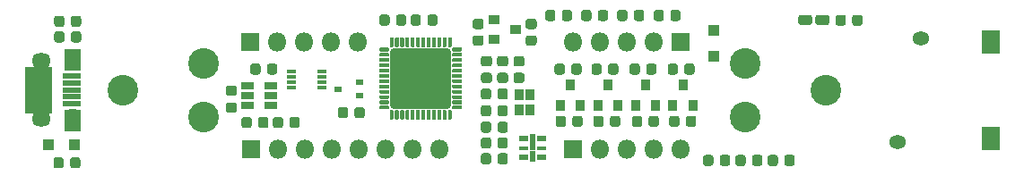
<source format=gts>
G04 #@! TF.GenerationSoftware,KiCad,Pcbnew,(5.1.6-0-10_14)*
G04 #@! TF.CreationDate,2020-07-04T12:52:55-07:00*
G04 #@! TF.ProjectId,18650,31383635-302e-46b6-9963-61645f706362,rev?*
G04 #@! TF.SameCoordinates,Original*
G04 #@! TF.FileFunction,Soldermask,Top*
G04 #@! TF.FilePolarity,Negative*
%FSLAX46Y46*%
G04 Gerber Fmt 4.6, Leading zero omitted, Abs format (unit mm)*
G04 Created by KiCad (PCBNEW (5.1.6-0-10_14)) date 2020-07-04 12:52:55*
%MOMM*%
%LPD*%
G01*
G04 APERTURE LIST*
%ADD10O,1.625600X1.301600*%
%ADD11R,0.601600X1.581600*%
%ADD12R,0.601600X1.101600*%
%ADD13R,0.901600X0.601600*%
%ADD14R,0.901600X0.401600*%
%ADD15R,0.851600X0.401600*%
%ADD16C,2.901600*%
%ADD17R,1.101600X1.101600*%
%ADD18O,1.801600X1.801600*%
%ADD19R,1.801600X1.801600*%
%ADD20R,0.901600X1.001600*%
%ADD21R,1.161600X0.751600*%
%ADD22R,0.801600X0.551600*%
%ADD23R,1.001600X0.901600*%
%ADD24R,2.601600X4.501600*%
%ADD25O,1.801600X1.451600*%
%ADD26O,1.601600X1.201600*%
%ADD27R,1.751600X0.501600*%
%ADD28R,1.601600X2.101600*%
%ADD29R,1.701600X2.281600*%
G04 APERTURE END LIST*
G36*
G01*
X98655800Y-101932100D02*
X98655800Y-102732900D01*
G75*
G02*
X98567900Y-102820800I-87900J0D01*
G01*
X98392100Y-102820800D01*
G75*
G02*
X98304200Y-102732900I0J87900D01*
G01*
X98304200Y-101932100D01*
G75*
G02*
X98392100Y-101844200I87900J0D01*
G01*
X98567900Y-101844200D01*
G75*
G02*
X98655800Y-101932100I0J-87900D01*
G01*
G37*
G36*
G01*
X98155800Y-101932100D02*
X98155800Y-102732900D01*
G75*
G02*
X98067900Y-102820800I-87900J0D01*
G01*
X97892100Y-102820800D01*
G75*
G02*
X97804200Y-102732900I0J87900D01*
G01*
X97804200Y-101932100D01*
G75*
G02*
X97892100Y-101844200I87900J0D01*
G01*
X98067900Y-101844200D01*
G75*
G02*
X98155800Y-101932100I0J-87900D01*
G01*
G37*
G36*
G01*
X97655800Y-101932100D02*
X97655800Y-102732900D01*
G75*
G02*
X97567900Y-102820800I-87900J0D01*
G01*
X97392100Y-102820800D01*
G75*
G02*
X97304200Y-102732900I0J87900D01*
G01*
X97304200Y-101932100D01*
G75*
G02*
X97392100Y-101844200I87900J0D01*
G01*
X97567900Y-101844200D01*
G75*
G02*
X97655800Y-101932100I0J-87900D01*
G01*
G37*
G36*
G01*
X97155800Y-101932100D02*
X97155800Y-102732900D01*
G75*
G02*
X97067900Y-102820800I-87900J0D01*
G01*
X96892100Y-102820800D01*
G75*
G02*
X96804200Y-102732900I0J87900D01*
G01*
X96804200Y-101932100D01*
G75*
G02*
X96892100Y-101844200I87900J0D01*
G01*
X97067900Y-101844200D01*
G75*
G02*
X97155800Y-101932100I0J-87900D01*
G01*
G37*
G36*
G01*
X96655800Y-101932100D02*
X96655800Y-102732900D01*
G75*
G02*
X96567900Y-102820800I-87900J0D01*
G01*
X96392100Y-102820800D01*
G75*
G02*
X96304200Y-102732900I0J87900D01*
G01*
X96304200Y-101932100D01*
G75*
G02*
X96392100Y-101844200I87900J0D01*
G01*
X96567900Y-101844200D01*
G75*
G02*
X96655800Y-101932100I0J-87900D01*
G01*
G37*
G36*
G01*
X96155800Y-101932100D02*
X96155800Y-102732900D01*
G75*
G02*
X96067900Y-102820800I-87900J0D01*
G01*
X95892100Y-102820800D01*
G75*
G02*
X95804200Y-102732900I0J87900D01*
G01*
X95804200Y-101932100D01*
G75*
G02*
X95892100Y-101844200I87900J0D01*
G01*
X96067900Y-101844200D01*
G75*
G02*
X96155800Y-101932100I0J-87900D01*
G01*
G37*
G36*
G01*
X95655800Y-101932100D02*
X95655800Y-102732900D01*
G75*
G02*
X95567900Y-102820800I-87900J0D01*
G01*
X95392100Y-102820800D01*
G75*
G02*
X95304200Y-102732900I0J87900D01*
G01*
X95304200Y-101932100D01*
G75*
G02*
X95392100Y-101844200I87900J0D01*
G01*
X95567900Y-101844200D01*
G75*
G02*
X95655800Y-101932100I0J-87900D01*
G01*
G37*
G36*
G01*
X95155800Y-101932100D02*
X95155800Y-102732900D01*
G75*
G02*
X95067900Y-102820800I-87900J0D01*
G01*
X94892100Y-102820800D01*
G75*
G02*
X94804200Y-102732900I0J87900D01*
G01*
X94804200Y-101932100D01*
G75*
G02*
X94892100Y-101844200I87900J0D01*
G01*
X95067900Y-101844200D01*
G75*
G02*
X95155800Y-101932100I0J-87900D01*
G01*
G37*
G36*
G01*
X94655800Y-101932100D02*
X94655800Y-102732900D01*
G75*
G02*
X94567900Y-102820800I-87900J0D01*
G01*
X94392100Y-102820800D01*
G75*
G02*
X94304200Y-102732900I0J87900D01*
G01*
X94304200Y-101932100D01*
G75*
G02*
X94392100Y-101844200I87900J0D01*
G01*
X94567900Y-101844200D01*
G75*
G02*
X94655800Y-101932100I0J-87900D01*
G01*
G37*
G36*
G01*
X94155800Y-101932100D02*
X94155800Y-102732900D01*
G75*
G02*
X94067900Y-102820800I-87900J0D01*
G01*
X93892100Y-102820800D01*
G75*
G02*
X93804200Y-102732900I0J87900D01*
G01*
X93804200Y-101932100D01*
G75*
G02*
X93892100Y-101844200I87900J0D01*
G01*
X94067900Y-101844200D01*
G75*
G02*
X94155800Y-101932100I0J-87900D01*
G01*
G37*
G36*
G01*
X93655800Y-101932100D02*
X93655800Y-102732900D01*
G75*
G02*
X93567900Y-102820800I-87900J0D01*
G01*
X93392100Y-102820800D01*
G75*
G02*
X93304200Y-102732900I0J87900D01*
G01*
X93304200Y-101932100D01*
G75*
G02*
X93392100Y-101844200I87900J0D01*
G01*
X93567900Y-101844200D01*
G75*
G02*
X93655800Y-101932100I0J-87900D01*
G01*
G37*
G36*
G01*
X93155800Y-101932100D02*
X93155800Y-102732900D01*
G75*
G02*
X93067900Y-102820800I-87900J0D01*
G01*
X92892100Y-102820800D01*
G75*
G02*
X92804200Y-102732900I0J87900D01*
G01*
X92804200Y-101932100D01*
G75*
G02*
X92892100Y-101844200I87900J0D01*
G01*
X93067900Y-101844200D01*
G75*
G02*
X93155800Y-101932100I0J-87900D01*
G01*
G37*
G36*
G01*
X92780800Y-101557100D02*
X92780800Y-101732900D01*
G75*
G02*
X92692900Y-101820800I-87900J0D01*
G01*
X91892100Y-101820800D01*
G75*
G02*
X91804200Y-101732900I0J87900D01*
G01*
X91804200Y-101557100D01*
G75*
G02*
X91892100Y-101469200I87900J0D01*
G01*
X92692900Y-101469200D01*
G75*
G02*
X92780800Y-101557100I0J-87900D01*
G01*
G37*
G36*
G01*
X92780800Y-101057100D02*
X92780800Y-101232900D01*
G75*
G02*
X92692900Y-101320800I-87900J0D01*
G01*
X91892100Y-101320800D01*
G75*
G02*
X91804200Y-101232900I0J87900D01*
G01*
X91804200Y-101057100D01*
G75*
G02*
X91892100Y-100969200I87900J0D01*
G01*
X92692900Y-100969200D01*
G75*
G02*
X92780800Y-101057100I0J-87900D01*
G01*
G37*
G36*
G01*
X92780800Y-100557100D02*
X92780800Y-100732900D01*
G75*
G02*
X92692900Y-100820800I-87900J0D01*
G01*
X91892100Y-100820800D01*
G75*
G02*
X91804200Y-100732900I0J87900D01*
G01*
X91804200Y-100557100D01*
G75*
G02*
X91892100Y-100469200I87900J0D01*
G01*
X92692900Y-100469200D01*
G75*
G02*
X92780800Y-100557100I0J-87900D01*
G01*
G37*
G36*
G01*
X92780800Y-100057100D02*
X92780800Y-100232900D01*
G75*
G02*
X92692900Y-100320800I-87900J0D01*
G01*
X91892100Y-100320800D01*
G75*
G02*
X91804200Y-100232900I0J87900D01*
G01*
X91804200Y-100057100D01*
G75*
G02*
X91892100Y-99969200I87900J0D01*
G01*
X92692900Y-99969200D01*
G75*
G02*
X92780800Y-100057100I0J-87900D01*
G01*
G37*
G36*
G01*
X92780800Y-99557100D02*
X92780800Y-99732900D01*
G75*
G02*
X92692900Y-99820800I-87900J0D01*
G01*
X91892100Y-99820800D01*
G75*
G02*
X91804200Y-99732900I0J87900D01*
G01*
X91804200Y-99557100D01*
G75*
G02*
X91892100Y-99469200I87900J0D01*
G01*
X92692900Y-99469200D01*
G75*
G02*
X92780800Y-99557100I0J-87900D01*
G01*
G37*
G36*
G01*
X92780800Y-99057100D02*
X92780800Y-99232900D01*
G75*
G02*
X92692900Y-99320800I-87900J0D01*
G01*
X91892100Y-99320800D01*
G75*
G02*
X91804200Y-99232900I0J87900D01*
G01*
X91804200Y-99057100D01*
G75*
G02*
X91892100Y-98969200I87900J0D01*
G01*
X92692900Y-98969200D01*
G75*
G02*
X92780800Y-99057100I0J-87900D01*
G01*
G37*
G36*
G01*
X92780800Y-98557100D02*
X92780800Y-98732900D01*
G75*
G02*
X92692900Y-98820800I-87900J0D01*
G01*
X91892100Y-98820800D01*
G75*
G02*
X91804200Y-98732900I0J87900D01*
G01*
X91804200Y-98557100D01*
G75*
G02*
X91892100Y-98469200I87900J0D01*
G01*
X92692900Y-98469200D01*
G75*
G02*
X92780800Y-98557100I0J-87900D01*
G01*
G37*
G36*
G01*
X92780800Y-98057100D02*
X92780800Y-98232900D01*
G75*
G02*
X92692900Y-98320800I-87900J0D01*
G01*
X91892100Y-98320800D01*
G75*
G02*
X91804200Y-98232900I0J87900D01*
G01*
X91804200Y-98057100D01*
G75*
G02*
X91892100Y-97969200I87900J0D01*
G01*
X92692900Y-97969200D01*
G75*
G02*
X92780800Y-98057100I0J-87900D01*
G01*
G37*
G36*
G01*
X92780800Y-97557100D02*
X92780800Y-97732900D01*
G75*
G02*
X92692900Y-97820800I-87900J0D01*
G01*
X91892100Y-97820800D01*
G75*
G02*
X91804200Y-97732900I0J87900D01*
G01*
X91804200Y-97557100D01*
G75*
G02*
X91892100Y-97469200I87900J0D01*
G01*
X92692900Y-97469200D01*
G75*
G02*
X92780800Y-97557100I0J-87900D01*
G01*
G37*
G36*
G01*
X92780800Y-97057100D02*
X92780800Y-97232900D01*
G75*
G02*
X92692900Y-97320800I-87900J0D01*
G01*
X91892100Y-97320800D01*
G75*
G02*
X91804200Y-97232900I0J87900D01*
G01*
X91804200Y-97057100D01*
G75*
G02*
X91892100Y-96969200I87900J0D01*
G01*
X92692900Y-96969200D01*
G75*
G02*
X92780800Y-97057100I0J-87900D01*
G01*
G37*
G36*
G01*
X92780800Y-96557100D02*
X92780800Y-96732900D01*
G75*
G02*
X92692900Y-96820800I-87900J0D01*
G01*
X91892100Y-96820800D01*
G75*
G02*
X91804200Y-96732900I0J87900D01*
G01*
X91804200Y-96557100D01*
G75*
G02*
X91892100Y-96469200I87900J0D01*
G01*
X92692900Y-96469200D01*
G75*
G02*
X92780800Y-96557100I0J-87900D01*
G01*
G37*
G36*
G01*
X92780800Y-96057100D02*
X92780800Y-96232900D01*
G75*
G02*
X92692900Y-96320800I-87900J0D01*
G01*
X91892100Y-96320800D01*
G75*
G02*
X91804200Y-96232900I0J87900D01*
G01*
X91804200Y-96057100D01*
G75*
G02*
X91892100Y-95969200I87900J0D01*
G01*
X92692900Y-95969200D01*
G75*
G02*
X92780800Y-96057100I0J-87900D01*
G01*
G37*
G36*
G01*
X93155800Y-95057100D02*
X93155800Y-95857900D01*
G75*
G02*
X93067900Y-95945800I-87900J0D01*
G01*
X92892100Y-95945800D01*
G75*
G02*
X92804200Y-95857900I0J87900D01*
G01*
X92804200Y-95057100D01*
G75*
G02*
X92892100Y-94969200I87900J0D01*
G01*
X93067900Y-94969200D01*
G75*
G02*
X93155800Y-95057100I0J-87900D01*
G01*
G37*
G36*
G01*
X93655800Y-95057100D02*
X93655800Y-95857900D01*
G75*
G02*
X93567900Y-95945800I-87900J0D01*
G01*
X93392100Y-95945800D01*
G75*
G02*
X93304200Y-95857900I0J87900D01*
G01*
X93304200Y-95057100D01*
G75*
G02*
X93392100Y-94969200I87900J0D01*
G01*
X93567900Y-94969200D01*
G75*
G02*
X93655800Y-95057100I0J-87900D01*
G01*
G37*
G36*
G01*
X94155800Y-95057100D02*
X94155800Y-95857900D01*
G75*
G02*
X94067900Y-95945800I-87900J0D01*
G01*
X93892100Y-95945800D01*
G75*
G02*
X93804200Y-95857900I0J87900D01*
G01*
X93804200Y-95057100D01*
G75*
G02*
X93892100Y-94969200I87900J0D01*
G01*
X94067900Y-94969200D01*
G75*
G02*
X94155800Y-95057100I0J-87900D01*
G01*
G37*
G36*
G01*
X94655800Y-95057100D02*
X94655800Y-95857900D01*
G75*
G02*
X94567900Y-95945800I-87900J0D01*
G01*
X94392100Y-95945800D01*
G75*
G02*
X94304200Y-95857900I0J87900D01*
G01*
X94304200Y-95057100D01*
G75*
G02*
X94392100Y-94969200I87900J0D01*
G01*
X94567900Y-94969200D01*
G75*
G02*
X94655800Y-95057100I0J-87900D01*
G01*
G37*
G36*
G01*
X95155800Y-95057100D02*
X95155800Y-95857900D01*
G75*
G02*
X95067900Y-95945800I-87900J0D01*
G01*
X94892100Y-95945800D01*
G75*
G02*
X94804200Y-95857900I0J87900D01*
G01*
X94804200Y-95057100D01*
G75*
G02*
X94892100Y-94969200I87900J0D01*
G01*
X95067900Y-94969200D01*
G75*
G02*
X95155800Y-95057100I0J-87900D01*
G01*
G37*
G36*
G01*
X95655800Y-95057100D02*
X95655800Y-95857900D01*
G75*
G02*
X95567900Y-95945800I-87900J0D01*
G01*
X95392100Y-95945800D01*
G75*
G02*
X95304200Y-95857900I0J87900D01*
G01*
X95304200Y-95057100D01*
G75*
G02*
X95392100Y-94969200I87900J0D01*
G01*
X95567900Y-94969200D01*
G75*
G02*
X95655800Y-95057100I0J-87900D01*
G01*
G37*
G36*
G01*
X96155800Y-95057100D02*
X96155800Y-95857900D01*
G75*
G02*
X96067900Y-95945800I-87900J0D01*
G01*
X95892100Y-95945800D01*
G75*
G02*
X95804200Y-95857900I0J87900D01*
G01*
X95804200Y-95057100D01*
G75*
G02*
X95892100Y-94969200I87900J0D01*
G01*
X96067900Y-94969200D01*
G75*
G02*
X96155800Y-95057100I0J-87900D01*
G01*
G37*
G36*
G01*
X96655800Y-95057100D02*
X96655800Y-95857900D01*
G75*
G02*
X96567900Y-95945800I-87900J0D01*
G01*
X96392100Y-95945800D01*
G75*
G02*
X96304200Y-95857900I0J87900D01*
G01*
X96304200Y-95057100D01*
G75*
G02*
X96392100Y-94969200I87900J0D01*
G01*
X96567900Y-94969200D01*
G75*
G02*
X96655800Y-95057100I0J-87900D01*
G01*
G37*
G36*
G01*
X97155800Y-95057100D02*
X97155800Y-95857900D01*
G75*
G02*
X97067900Y-95945800I-87900J0D01*
G01*
X96892100Y-95945800D01*
G75*
G02*
X96804200Y-95857900I0J87900D01*
G01*
X96804200Y-95057100D01*
G75*
G02*
X96892100Y-94969200I87900J0D01*
G01*
X97067900Y-94969200D01*
G75*
G02*
X97155800Y-95057100I0J-87900D01*
G01*
G37*
G36*
G01*
X97655800Y-95057100D02*
X97655800Y-95857900D01*
G75*
G02*
X97567900Y-95945800I-87900J0D01*
G01*
X97392100Y-95945800D01*
G75*
G02*
X97304200Y-95857900I0J87900D01*
G01*
X97304200Y-95057100D01*
G75*
G02*
X97392100Y-94969200I87900J0D01*
G01*
X97567900Y-94969200D01*
G75*
G02*
X97655800Y-95057100I0J-87900D01*
G01*
G37*
G36*
G01*
X98155800Y-95057100D02*
X98155800Y-95857900D01*
G75*
G02*
X98067900Y-95945800I-87900J0D01*
G01*
X97892100Y-95945800D01*
G75*
G02*
X97804200Y-95857900I0J87900D01*
G01*
X97804200Y-95057100D01*
G75*
G02*
X97892100Y-94969200I87900J0D01*
G01*
X98067900Y-94969200D01*
G75*
G02*
X98155800Y-95057100I0J-87900D01*
G01*
G37*
G36*
G01*
X98655800Y-95057100D02*
X98655800Y-95857900D01*
G75*
G02*
X98567900Y-95945800I-87900J0D01*
G01*
X98392100Y-95945800D01*
G75*
G02*
X98304200Y-95857900I0J87900D01*
G01*
X98304200Y-95057100D01*
G75*
G02*
X98392100Y-94969200I87900J0D01*
G01*
X98567900Y-94969200D01*
G75*
G02*
X98655800Y-95057100I0J-87900D01*
G01*
G37*
G36*
G01*
X99655800Y-96057100D02*
X99655800Y-96232900D01*
G75*
G02*
X99567900Y-96320800I-87900J0D01*
G01*
X98767100Y-96320800D01*
G75*
G02*
X98679200Y-96232900I0J87900D01*
G01*
X98679200Y-96057100D01*
G75*
G02*
X98767100Y-95969200I87900J0D01*
G01*
X99567900Y-95969200D01*
G75*
G02*
X99655800Y-96057100I0J-87900D01*
G01*
G37*
G36*
G01*
X99655800Y-96557100D02*
X99655800Y-96732900D01*
G75*
G02*
X99567900Y-96820800I-87900J0D01*
G01*
X98767100Y-96820800D01*
G75*
G02*
X98679200Y-96732900I0J87900D01*
G01*
X98679200Y-96557100D01*
G75*
G02*
X98767100Y-96469200I87900J0D01*
G01*
X99567900Y-96469200D01*
G75*
G02*
X99655800Y-96557100I0J-87900D01*
G01*
G37*
G36*
G01*
X99655800Y-97057100D02*
X99655800Y-97232900D01*
G75*
G02*
X99567900Y-97320800I-87900J0D01*
G01*
X98767100Y-97320800D01*
G75*
G02*
X98679200Y-97232900I0J87900D01*
G01*
X98679200Y-97057100D01*
G75*
G02*
X98767100Y-96969200I87900J0D01*
G01*
X99567900Y-96969200D01*
G75*
G02*
X99655800Y-97057100I0J-87900D01*
G01*
G37*
G36*
G01*
X99655800Y-97557100D02*
X99655800Y-97732900D01*
G75*
G02*
X99567900Y-97820800I-87900J0D01*
G01*
X98767100Y-97820800D01*
G75*
G02*
X98679200Y-97732900I0J87900D01*
G01*
X98679200Y-97557100D01*
G75*
G02*
X98767100Y-97469200I87900J0D01*
G01*
X99567900Y-97469200D01*
G75*
G02*
X99655800Y-97557100I0J-87900D01*
G01*
G37*
G36*
G01*
X99655800Y-98057100D02*
X99655800Y-98232900D01*
G75*
G02*
X99567900Y-98320800I-87900J0D01*
G01*
X98767100Y-98320800D01*
G75*
G02*
X98679200Y-98232900I0J87900D01*
G01*
X98679200Y-98057100D01*
G75*
G02*
X98767100Y-97969200I87900J0D01*
G01*
X99567900Y-97969200D01*
G75*
G02*
X99655800Y-98057100I0J-87900D01*
G01*
G37*
G36*
G01*
X99655800Y-98557100D02*
X99655800Y-98732900D01*
G75*
G02*
X99567900Y-98820800I-87900J0D01*
G01*
X98767100Y-98820800D01*
G75*
G02*
X98679200Y-98732900I0J87900D01*
G01*
X98679200Y-98557100D01*
G75*
G02*
X98767100Y-98469200I87900J0D01*
G01*
X99567900Y-98469200D01*
G75*
G02*
X99655800Y-98557100I0J-87900D01*
G01*
G37*
G36*
G01*
X99655800Y-99057100D02*
X99655800Y-99232900D01*
G75*
G02*
X99567900Y-99320800I-87900J0D01*
G01*
X98767100Y-99320800D01*
G75*
G02*
X98679200Y-99232900I0J87900D01*
G01*
X98679200Y-99057100D01*
G75*
G02*
X98767100Y-98969200I87900J0D01*
G01*
X99567900Y-98969200D01*
G75*
G02*
X99655800Y-99057100I0J-87900D01*
G01*
G37*
G36*
G01*
X99655800Y-99557100D02*
X99655800Y-99732900D01*
G75*
G02*
X99567900Y-99820800I-87900J0D01*
G01*
X98767100Y-99820800D01*
G75*
G02*
X98679200Y-99732900I0J87900D01*
G01*
X98679200Y-99557100D01*
G75*
G02*
X98767100Y-99469200I87900J0D01*
G01*
X99567900Y-99469200D01*
G75*
G02*
X99655800Y-99557100I0J-87900D01*
G01*
G37*
G36*
G01*
X99655800Y-100057100D02*
X99655800Y-100232900D01*
G75*
G02*
X99567900Y-100320800I-87900J0D01*
G01*
X98767100Y-100320800D01*
G75*
G02*
X98679200Y-100232900I0J87900D01*
G01*
X98679200Y-100057100D01*
G75*
G02*
X98767100Y-99969200I87900J0D01*
G01*
X99567900Y-99969200D01*
G75*
G02*
X99655800Y-100057100I0J-87900D01*
G01*
G37*
G36*
G01*
X99655800Y-100557100D02*
X99655800Y-100732900D01*
G75*
G02*
X99567900Y-100820800I-87900J0D01*
G01*
X98767100Y-100820800D01*
G75*
G02*
X98679200Y-100732900I0J87900D01*
G01*
X98679200Y-100557100D01*
G75*
G02*
X98767100Y-100469200I87900J0D01*
G01*
X99567900Y-100469200D01*
G75*
G02*
X99655800Y-100557100I0J-87900D01*
G01*
G37*
G36*
G01*
X99655800Y-101057100D02*
X99655800Y-101232900D01*
G75*
G02*
X99567900Y-101320800I-87900J0D01*
G01*
X98767100Y-101320800D01*
G75*
G02*
X98679200Y-101232900I0J87900D01*
G01*
X98679200Y-101057100D01*
G75*
G02*
X98767100Y-100969200I87900J0D01*
G01*
X99567900Y-100969200D01*
G75*
G02*
X99655800Y-101057100I0J-87900D01*
G01*
G37*
G36*
G01*
X99655800Y-101557100D02*
X99655800Y-101732900D01*
G75*
G02*
X99567900Y-101820800I-87900J0D01*
G01*
X98767100Y-101820800D01*
G75*
G02*
X98679200Y-101732900I0J87900D01*
G01*
X98679200Y-101557100D01*
G75*
G02*
X98767100Y-101469200I87900J0D01*
G01*
X99567900Y-101469200D01*
G75*
G02*
X99655800Y-101557100I0J-87900D01*
G01*
G37*
G36*
G01*
X98580800Y-96298736D02*
X98580800Y-101491264D01*
G75*
G02*
X98326264Y-101745800I-254536J0D01*
G01*
X93133736Y-101745800D01*
G75*
G02*
X92879200Y-101491264I0J254536D01*
G01*
X92879200Y-96298736D01*
G75*
G02*
X93133736Y-96044200I254536J0D01*
G01*
X98326264Y-96044200D01*
G75*
G02*
X98580800Y-96298736I0J-254536D01*
G01*
G37*
D10*
X140800000Y-104900000D03*
X143000000Y-95100000D03*
D11*
X106300000Y-104885000D03*
D12*
X106300000Y-106305000D03*
D13*
X105450000Y-106375000D03*
X105450000Y-104575000D03*
D14*
X105450000Y-105475000D03*
D13*
X107150000Y-104575000D03*
D14*
X107150000Y-105475000D03*
D13*
X107150000Y-106375000D03*
D15*
X86400000Y-98225000D03*
X86400000Y-98725000D03*
X86400000Y-99225000D03*
X86400000Y-99725000D03*
X83500000Y-99725000D03*
X83500000Y-99225000D03*
X83500000Y-98725000D03*
X83500000Y-98225000D03*
D16*
X75200000Y-97460000D03*
X75200000Y-102540000D03*
X126400000Y-97460000D03*
X126400000Y-102540000D03*
X134020000Y-100000000D03*
X67580000Y-100000000D03*
D17*
X123425000Y-94300000D03*
X123425000Y-96800000D03*
D18*
X120300000Y-105610000D03*
X117760000Y-105610000D03*
X115220000Y-105610000D03*
X112680000Y-105610000D03*
D19*
X110140000Y-105610000D03*
D20*
X104990000Y-101845000D03*
X104990000Y-100445000D03*
X106090000Y-100445000D03*
X106090000Y-101845000D03*
G36*
G01*
X80379200Y-103346650D02*
X80379200Y-102783350D01*
G75*
G02*
X80623350Y-102539200I244150J0D01*
G01*
X81111650Y-102539200D01*
G75*
G02*
X81355800Y-102783350I0J-244150D01*
G01*
X81355800Y-103346650D01*
G75*
G02*
X81111650Y-103590800I-244150J0D01*
G01*
X80623350Y-103590800D01*
G75*
G02*
X80379200Y-103346650I0J244150D01*
G01*
G37*
G36*
G01*
X78804200Y-103346650D02*
X78804200Y-102783350D01*
G75*
G02*
X79048350Y-102539200I244150J0D01*
G01*
X79536650Y-102539200D01*
G75*
G02*
X79780800Y-102783350I0J-244150D01*
G01*
X79780800Y-103346650D01*
G75*
G02*
X79536650Y-103590800I-244150J0D01*
G01*
X79048350Y-103590800D01*
G75*
G02*
X78804200Y-103346650I0J244150D01*
G01*
G37*
G36*
G01*
X88880800Y-101853350D02*
X88880800Y-102416650D01*
G75*
G02*
X88636650Y-102660800I-244150J0D01*
G01*
X88148350Y-102660800D01*
G75*
G02*
X87904200Y-102416650I0J244150D01*
G01*
X87904200Y-101853350D01*
G75*
G02*
X88148350Y-101609200I244150J0D01*
G01*
X88636650Y-101609200D01*
G75*
G02*
X88880800Y-101853350I0J-244150D01*
G01*
G37*
G36*
G01*
X90455800Y-101853350D02*
X90455800Y-102416650D01*
G75*
G02*
X90211650Y-102660800I-244150J0D01*
G01*
X89723350Y-102660800D01*
G75*
G02*
X89479200Y-102416650I0J244150D01*
G01*
X89479200Y-101853350D01*
G75*
G02*
X89723350Y-101609200I244150J0D01*
G01*
X90211650Y-101609200D01*
G75*
G02*
X90455800Y-101853350I0J-244150D01*
G01*
G37*
G36*
G01*
X102989200Y-106776650D02*
X102989200Y-106213350D01*
G75*
G02*
X103233350Y-105969200I244150J0D01*
G01*
X103721650Y-105969200D01*
G75*
G02*
X103965800Y-106213350I0J-244150D01*
G01*
X103965800Y-106776650D01*
G75*
G02*
X103721650Y-107020800I-244150J0D01*
G01*
X103233350Y-107020800D01*
G75*
G02*
X102989200Y-106776650I0J244150D01*
G01*
G37*
G36*
G01*
X101414200Y-106776650D02*
X101414200Y-106213350D01*
G75*
G02*
X101658350Y-105969200I244150J0D01*
G01*
X102146650Y-105969200D01*
G75*
G02*
X102390800Y-106213350I0J-244150D01*
G01*
X102390800Y-106776650D01*
G75*
G02*
X102146650Y-107020800I-244150J0D01*
G01*
X101658350Y-107020800D01*
G75*
G02*
X101414200Y-106776650I0J244150D01*
G01*
G37*
G36*
G01*
X94784200Y-93636650D02*
X94784200Y-93073350D01*
G75*
G02*
X95028350Y-92829200I244150J0D01*
G01*
X95516650Y-92829200D01*
G75*
G02*
X95760800Y-93073350I0J-244150D01*
G01*
X95760800Y-93636650D01*
G75*
G02*
X95516650Y-93880800I-244150J0D01*
G01*
X95028350Y-93880800D01*
G75*
G02*
X94784200Y-93636650I0J244150D01*
G01*
G37*
G36*
G01*
X96359200Y-93636650D02*
X96359200Y-93073350D01*
G75*
G02*
X96603350Y-92829200I244150J0D01*
G01*
X97091650Y-92829200D01*
G75*
G02*
X97335800Y-93073350I0J-244150D01*
G01*
X97335800Y-93636650D01*
G75*
G02*
X97091650Y-93880800I-244150J0D01*
G01*
X96603350Y-93880800D01*
G75*
G02*
X96359200Y-93636650I0J244150D01*
G01*
G37*
D21*
X79405000Y-100525000D03*
X79405000Y-101475000D03*
X79405000Y-99575000D03*
X81605000Y-99575000D03*
X81605000Y-100525000D03*
X81605000Y-101475000D03*
G36*
G01*
X62699200Y-95231650D02*
X62699200Y-94668350D01*
G75*
G02*
X62943350Y-94424200I244150J0D01*
G01*
X63431650Y-94424200D01*
G75*
G02*
X63675800Y-94668350I0J-244150D01*
G01*
X63675800Y-95231650D01*
G75*
G02*
X63431650Y-95475800I-244150J0D01*
G01*
X62943350Y-95475800D01*
G75*
G02*
X62699200Y-95231650I0J244150D01*
G01*
G37*
G36*
G01*
X61124200Y-95231650D02*
X61124200Y-94668350D01*
G75*
G02*
X61368350Y-94424200I244150J0D01*
G01*
X61856650Y-94424200D01*
G75*
G02*
X62100800Y-94668350I0J-244150D01*
G01*
X62100800Y-95231650D01*
G75*
G02*
X61856650Y-95475800I-244150J0D01*
G01*
X61368350Y-95475800D01*
G75*
G02*
X61124200Y-95231650I0J244150D01*
G01*
G37*
G36*
G01*
X82740800Y-102783350D02*
X82740800Y-103346650D01*
G75*
G02*
X82496650Y-103590800I-244150J0D01*
G01*
X82008350Y-103590800D01*
G75*
G02*
X81764200Y-103346650I0J244150D01*
G01*
X81764200Y-102783350D01*
G75*
G02*
X82008350Y-102539200I244150J0D01*
G01*
X82496650Y-102539200D01*
G75*
G02*
X82740800Y-102783350I0J-244150D01*
G01*
G37*
G36*
G01*
X84315800Y-102783350D02*
X84315800Y-103346650D01*
G75*
G02*
X84071650Y-103590800I-244150J0D01*
G01*
X83583350Y-103590800D01*
G75*
G02*
X83339200Y-103346650I0J244150D01*
G01*
X83339200Y-102783350D01*
G75*
G02*
X83583350Y-102539200I244150J0D01*
G01*
X84071650Y-102539200D01*
G75*
G02*
X84315800Y-102783350I0J-244150D01*
G01*
G37*
G36*
G01*
X62100800Y-93193350D02*
X62100800Y-93756650D01*
G75*
G02*
X61856650Y-94000800I-244150J0D01*
G01*
X61368350Y-94000800D01*
G75*
G02*
X61124200Y-93756650I0J244150D01*
G01*
X61124200Y-93193350D01*
G75*
G02*
X61368350Y-92949200I244150J0D01*
G01*
X61856650Y-92949200D01*
G75*
G02*
X62100800Y-93193350I0J-244150D01*
G01*
G37*
G36*
G01*
X63675800Y-93193350D02*
X63675800Y-93756650D01*
G75*
G02*
X63431650Y-94000800I-244150J0D01*
G01*
X62943350Y-94000800D01*
G75*
G02*
X62699200Y-93756650I0J244150D01*
G01*
X62699200Y-93193350D01*
G75*
G02*
X62943350Y-92949200I244150J0D01*
G01*
X63431650Y-92949200D01*
G75*
G02*
X63675800Y-93193350I0J-244150D01*
G01*
G37*
G36*
G01*
X80620800Y-97713350D02*
X80620800Y-98276650D01*
G75*
G02*
X80376650Y-98520800I-244150J0D01*
G01*
X79888350Y-98520800D01*
G75*
G02*
X79644200Y-98276650I0J244150D01*
G01*
X79644200Y-97713350D01*
G75*
G02*
X79888350Y-97469200I244150J0D01*
G01*
X80376650Y-97469200D01*
G75*
G02*
X80620800Y-97713350I0J-244150D01*
G01*
G37*
G36*
G01*
X82195800Y-97713350D02*
X82195800Y-98276650D01*
G75*
G02*
X81951650Y-98520800I-244150J0D01*
G01*
X81463350Y-98520800D01*
G75*
G02*
X81219200Y-98276650I0J244150D01*
G01*
X81219200Y-97713350D01*
G75*
G02*
X81463350Y-97469200I244150J0D01*
G01*
X81951650Y-97469200D01*
G75*
G02*
X82195800Y-97713350I0J-244150D01*
G01*
G37*
G36*
G01*
X78141650Y-102125800D02*
X77578350Y-102125800D01*
G75*
G02*
X77334200Y-101881650I0J244150D01*
G01*
X77334200Y-101393350D01*
G75*
G02*
X77578350Y-101149200I244150J0D01*
G01*
X78141650Y-101149200D01*
G75*
G02*
X78385800Y-101393350I0J-244150D01*
G01*
X78385800Y-101881650D01*
G75*
G02*
X78141650Y-102125800I-244150J0D01*
G01*
G37*
G36*
G01*
X78141650Y-100550800D02*
X77578350Y-100550800D01*
G75*
G02*
X77334200Y-100306650I0J244150D01*
G01*
X77334200Y-99818350D01*
G75*
G02*
X77578350Y-99574200I244150J0D01*
G01*
X78141650Y-99574200D01*
G75*
G02*
X78385800Y-99818350I0J-244150D01*
G01*
X78385800Y-100306650D01*
G75*
G02*
X78141650Y-100550800I-244150J0D01*
G01*
G37*
D22*
X89940000Y-100545000D03*
X89940000Y-99245000D03*
X87940000Y-99895000D03*
G36*
G01*
X62025800Y-106593350D02*
X62025800Y-107156650D01*
G75*
G02*
X61781650Y-107400800I-244150J0D01*
G01*
X61293350Y-107400800D01*
G75*
G02*
X61049200Y-107156650I0J244150D01*
G01*
X61049200Y-106593350D01*
G75*
G02*
X61293350Y-106349200I244150J0D01*
G01*
X61781650Y-106349200D01*
G75*
G02*
X62025800Y-106593350I0J-244150D01*
G01*
G37*
G36*
G01*
X63600800Y-106593350D02*
X63600800Y-107156650D01*
G75*
G02*
X63356650Y-107400800I-244150J0D01*
G01*
X62868350Y-107400800D01*
G75*
G02*
X62624200Y-107156650I0J244150D01*
G01*
X62624200Y-106593350D01*
G75*
G02*
X62868350Y-106349200I244150J0D01*
G01*
X63356650Y-106349200D01*
G75*
G02*
X63600800Y-106593350I0J-244150D01*
G01*
G37*
G36*
G01*
X101441650Y-94205800D02*
X100878350Y-94205800D01*
G75*
G02*
X100634200Y-93961650I0J244150D01*
G01*
X100634200Y-93473350D01*
G75*
G02*
X100878350Y-93229200I244150J0D01*
G01*
X101441650Y-93229200D01*
G75*
G02*
X101685800Y-93473350I0J-244150D01*
G01*
X101685800Y-93961650D01*
G75*
G02*
X101441650Y-94205800I-244150J0D01*
G01*
G37*
G36*
G01*
X101441650Y-95780800D02*
X100878350Y-95780800D01*
G75*
G02*
X100634200Y-95536650I0J244150D01*
G01*
X100634200Y-95048350D01*
G75*
G02*
X100878350Y-94804200I244150J0D01*
G01*
X101441650Y-94804200D01*
G75*
G02*
X101685800Y-95048350I0J-244150D01*
G01*
X101685800Y-95536650D01*
G75*
G02*
X101441650Y-95780800I-244150J0D01*
G01*
G37*
G36*
G01*
X105878350Y-94804200D02*
X106441650Y-94804200D01*
G75*
G02*
X106685800Y-95048350I0J-244150D01*
G01*
X106685800Y-95536650D01*
G75*
G02*
X106441650Y-95780800I-244150J0D01*
G01*
X105878350Y-95780800D01*
G75*
G02*
X105634200Y-95536650I0J244150D01*
G01*
X105634200Y-95048350D01*
G75*
G02*
X105878350Y-94804200I244150J0D01*
G01*
G37*
G36*
G01*
X105878350Y-93229200D02*
X106441650Y-93229200D01*
G75*
G02*
X106685800Y-93473350I0J-244150D01*
G01*
X106685800Y-93961650D01*
G75*
G02*
X106441650Y-94205800I-244150J0D01*
G01*
X105878350Y-94205800D01*
G75*
G02*
X105634200Y-93961650I0J244150D01*
G01*
X105634200Y-93473350D01*
G75*
G02*
X105878350Y-93229200I244150J0D01*
G01*
G37*
D18*
X97460000Y-105610000D03*
X94920000Y-105610000D03*
X92380000Y-105610000D03*
X89840000Y-105610000D03*
X87300000Y-105610000D03*
X84760000Y-105610000D03*
X82220000Y-105610000D03*
D19*
X79680000Y-105610000D03*
G36*
G01*
X101414200Y-103786650D02*
X101414200Y-103223350D01*
G75*
G02*
X101658350Y-102979200I244150J0D01*
G01*
X102146650Y-102979200D01*
G75*
G02*
X102390800Y-103223350I0J-244150D01*
G01*
X102390800Y-103786650D01*
G75*
G02*
X102146650Y-104030800I-244150J0D01*
G01*
X101658350Y-104030800D01*
G75*
G02*
X101414200Y-103786650I0J244150D01*
G01*
G37*
G36*
G01*
X102989200Y-103786650D02*
X102989200Y-103223350D01*
G75*
G02*
X103233350Y-102979200I244150J0D01*
G01*
X103721650Y-102979200D01*
G75*
G02*
X103965800Y-103223350I0J-244150D01*
G01*
X103965800Y-103786650D01*
G75*
G02*
X103721650Y-104030800I-244150J0D01*
G01*
X103233350Y-104030800D01*
G75*
G02*
X102989200Y-103786650I0J244150D01*
G01*
G37*
G36*
G01*
X102989200Y-105281650D02*
X102989200Y-104718350D01*
G75*
G02*
X103233350Y-104474200I244150J0D01*
G01*
X103721650Y-104474200D01*
G75*
G02*
X103965800Y-104718350I0J-244150D01*
G01*
X103965800Y-105281650D01*
G75*
G02*
X103721650Y-105525800I-244150J0D01*
G01*
X103233350Y-105525800D01*
G75*
G02*
X102989200Y-105281650I0J244150D01*
G01*
G37*
G36*
G01*
X101414200Y-105281650D02*
X101414200Y-104718350D01*
G75*
G02*
X101658350Y-104474200I244150J0D01*
G01*
X102146650Y-104474200D01*
G75*
G02*
X102390800Y-104718350I0J-244150D01*
G01*
X102390800Y-105281650D01*
G75*
G02*
X102146650Y-105525800I-244150J0D01*
G01*
X101658350Y-105525800D01*
G75*
G02*
X101414200Y-105281650I0J244150D01*
G01*
G37*
D23*
X102670000Y-93285000D03*
X102670000Y-95185000D03*
X104670000Y-94235000D03*
D24*
X59615000Y-100000000D03*
D25*
X59885000Y-102705000D03*
X59885000Y-97245000D03*
D26*
X62885000Y-102395000D03*
X62885000Y-97555000D03*
D27*
X62765000Y-101275000D03*
X62765000Y-100625000D03*
X62765000Y-99975000D03*
X62765000Y-99325000D03*
X62765000Y-98675000D03*
D28*
X62885000Y-102875000D03*
X62865000Y-97125000D03*
D29*
X149600000Y-104590000D03*
X149600000Y-95410000D03*
D17*
X63050000Y-105175000D03*
X60550000Y-105175000D03*
G36*
G01*
X107484200Y-93196650D02*
X107484200Y-92633350D01*
G75*
G02*
X107728350Y-92389200I244150J0D01*
G01*
X108216650Y-92389200D01*
G75*
G02*
X108460800Y-92633350I0J-244150D01*
G01*
X108460800Y-93196650D01*
G75*
G02*
X108216650Y-93440800I-244150J0D01*
G01*
X107728350Y-93440800D01*
G75*
G02*
X107484200Y-93196650I0J244150D01*
G01*
G37*
G36*
G01*
X109059200Y-93196650D02*
X109059200Y-92633350D01*
G75*
G02*
X109303350Y-92389200I244150J0D01*
G01*
X109791650Y-92389200D01*
G75*
G02*
X110035800Y-92633350I0J-244150D01*
G01*
X110035800Y-93196650D01*
G75*
G02*
X109791650Y-93440800I-244150J0D01*
G01*
X109303350Y-93440800D01*
G75*
G02*
X109059200Y-93196650I0J244150D01*
G01*
G37*
G36*
G01*
X112459200Y-93196650D02*
X112459200Y-92633350D01*
G75*
G02*
X112703350Y-92389200I244150J0D01*
G01*
X113191650Y-92389200D01*
G75*
G02*
X113435800Y-92633350I0J-244150D01*
G01*
X113435800Y-93196650D01*
G75*
G02*
X113191650Y-93440800I-244150J0D01*
G01*
X112703350Y-93440800D01*
G75*
G02*
X112459200Y-93196650I0J244150D01*
G01*
G37*
G36*
G01*
X110884200Y-93196650D02*
X110884200Y-92633350D01*
G75*
G02*
X111128350Y-92389200I244150J0D01*
G01*
X111616650Y-92389200D01*
G75*
G02*
X111860800Y-92633350I0J-244150D01*
G01*
X111860800Y-93196650D01*
G75*
G02*
X111616650Y-93440800I-244150J0D01*
G01*
X111128350Y-93440800D01*
G75*
G02*
X110884200Y-93196650I0J244150D01*
G01*
G37*
G36*
G01*
X116835800Y-92633350D02*
X116835800Y-93196650D01*
G75*
G02*
X116591650Y-93440800I-244150J0D01*
G01*
X116103350Y-93440800D01*
G75*
G02*
X115859200Y-93196650I0J244150D01*
G01*
X115859200Y-92633350D01*
G75*
G02*
X116103350Y-92389200I244150J0D01*
G01*
X116591650Y-92389200D01*
G75*
G02*
X116835800Y-92633350I0J-244150D01*
G01*
G37*
G36*
G01*
X115260800Y-92633350D02*
X115260800Y-93196650D01*
G75*
G02*
X115016650Y-93440800I-244150J0D01*
G01*
X114528350Y-93440800D01*
G75*
G02*
X114284200Y-93196650I0J244150D01*
G01*
X114284200Y-92633350D01*
G75*
G02*
X114528350Y-92389200I244150J0D01*
G01*
X115016650Y-92389200D01*
G75*
G02*
X115260800Y-92633350I0J-244150D01*
G01*
G37*
G36*
G01*
X120275800Y-92633350D02*
X120275800Y-93196650D01*
G75*
G02*
X120031650Y-93440800I-244150J0D01*
G01*
X119543350Y-93440800D01*
G75*
G02*
X119299200Y-93196650I0J244150D01*
G01*
X119299200Y-92633350D01*
G75*
G02*
X119543350Y-92389200I244150J0D01*
G01*
X120031650Y-92389200D01*
G75*
G02*
X120275800Y-92633350I0J-244150D01*
G01*
G37*
G36*
G01*
X118700800Y-92633350D02*
X118700800Y-93196650D01*
G75*
G02*
X118456650Y-93440800I-244150J0D01*
G01*
X117968350Y-93440800D01*
G75*
G02*
X117724200Y-93196650I0J244150D01*
G01*
X117724200Y-92633350D01*
G75*
G02*
X117968350Y-92389200I244150J0D01*
G01*
X118456650Y-92389200D01*
G75*
G02*
X118700800Y-92633350I0J-244150D01*
G01*
G37*
G36*
G01*
X104728350Y-96769200D02*
X105291650Y-96769200D01*
G75*
G02*
X105535800Y-97013350I0J-244150D01*
G01*
X105535800Y-97501650D01*
G75*
G02*
X105291650Y-97745800I-244150J0D01*
G01*
X104728350Y-97745800D01*
G75*
G02*
X104484200Y-97501650I0J244150D01*
G01*
X104484200Y-97013350D01*
G75*
G02*
X104728350Y-96769200I244150J0D01*
G01*
G37*
G36*
G01*
X104728350Y-98344200D02*
X105291650Y-98344200D01*
G75*
G02*
X105535800Y-98588350I0J-244150D01*
G01*
X105535800Y-99076650D01*
G75*
G02*
X105291650Y-99320800I-244150J0D01*
G01*
X104728350Y-99320800D01*
G75*
G02*
X104484200Y-99076650I0J244150D01*
G01*
X104484200Y-98588350D01*
G75*
G02*
X104728350Y-98344200I244150J0D01*
G01*
G37*
G36*
G01*
X136474200Y-93656650D02*
X136474200Y-93093350D01*
G75*
G02*
X136718350Y-92849200I244150J0D01*
G01*
X137206650Y-92849200D01*
G75*
G02*
X137450800Y-93093350I0J-244150D01*
G01*
X137450800Y-93656650D01*
G75*
G02*
X137206650Y-93900800I-244150J0D01*
G01*
X136718350Y-93900800D01*
G75*
G02*
X136474200Y-93656650I0J244150D01*
G01*
G37*
G36*
G01*
X134899200Y-93656650D02*
X134899200Y-93093350D01*
G75*
G02*
X135143350Y-92849200I244150J0D01*
G01*
X135631650Y-92849200D01*
G75*
G02*
X135875800Y-93093350I0J-244150D01*
G01*
X135875800Y-93656650D01*
G75*
G02*
X135631650Y-93900800I-244150J0D01*
G01*
X135143350Y-93900800D01*
G75*
G02*
X134899200Y-93656650I0J244150D01*
G01*
G37*
G36*
G01*
X130074200Y-106936650D02*
X130074200Y-106373350D01*
G75*
G02*
X130318350Y-106129200I244150J0D01*
G01*
X130806650Y-106129200D01*
G75*
G02*
X131050800Y-106373350I0J-244150D01*
G01*
X131050800Y-106936650D01*
G75*
G02*
X130806650Y-107180800I-244150J0D01*
G01*
X130318350Y-107180800D01*
G75*
G02*
X130074200Y-106936650I0J244150D01*
G01*
G37*
G36*
G01*
X128499200Y-106936650D02*
X128499200Y-106373350D01*
G75*
G02*
X128743350Y-106129200I244150J0D01*
G01*
X129231650Y-106129200D01*
G75*
G02*
X129475800Y-106373350I0J-244150D01*
G01*
X129475800Y-106936650D01*
G75*
G02*
X129231650Y-107180800I-244150J0D01*
G01*
X128743350Y-107180800D01*
G75*
G02*
X128499200Y-106936650I0J244150D01*
G01*
G37*
G36*
G01*
X126425800Y-106373350D02*
X126425800Y-106936650D01*
G75*
G02*
X126181650Y-107180800I-244150J0D01*
G01*
X125693350Y-107180800D01*
G75*
G02*
X125449200Y-106936650I0J244150D01*
G01*
X125449200Y-106373350D01*
G75*
G02*
X125693350Y-106129200I244150J0D01*
G01*
X126181650Y-106129200D01*
G75*
G02*
X126425800Y-106373350I0J-244150D01*
G01*
G37*
G36*
G01*
X128000800Y-106373350D02*
X128000800Y-106936650D01*
G75*
G02*
X127756650Y-107180800I-244150J0D01*
G01*
X127268350Y-107180800D01*
G75*
G02*
X127024200Y-106936650I0J244150D01*
G01*
X127024200Y-106373350D01*
G75*
G02*
X127268350Y-106129200I244150J0D01*
G01*
X127756650Y-106129200D01*
G75*
G02*
X128000800Y-106373350I0J-244150D01*
G01*
G37*
G36*
G01*
X120774200Y-103231650D02*
X120774200Y-102668350D01*
G75*
G02*
X121018350Y-102424200I244150J0D01*
G01*
X121506650Y-102424200D01*
G75*
G02*
X121750800Y-102668350I0J-244150D01*
G01*
X121750800Y-103231650D01*
G75*
G02*
X121506650Y-103475800I-244150J0D01*
G01*
X121018350Y-103475800D01*
G75*
G02*
X120774200Y-103231650I0J244150D01*
G01*
G37*
G36*
G01*
X119199200Y-103231650D02*
X119199200Y-102668350D01*
G75*
G02*
X119443350Y-102424200I244150J0D01*
G01*
X119931650Y-102424200D01*
G75*
G02*
X120175800Y-102668350I0J-244150D01*
G01*
X120175800Y-103231650D01*
G75*
G02*
X119931650Y-103475800I-244150J0D01*
G01*
X119443350Y-103475800D01*
G75*
G02*
X119199200Y-103231650I0J244150D01*
G01*
G37*
G36*
G01*
X117249200Y-103231650D02*
X117249200Y-102668350D01*
G75*
G02*
X117493350Y-102424200I244150J0D01*
G01*
X117981650Y-102424200D01*
G75*
G02*
X118225800Y-102668350I0J-244150D01*
G01*
X118225800Y-103231650D01*
G75*
G02*
X117981650Y-103475800I-244150J0D01*
G01*
X117493350Y-103475800D01*
G75*
G02*
X117249200Y-103231650I0J244150D01*
G01*
G37*
G36*
G01*
X115674200Y-103231650D02*
X115674200Y-102668350D01*
G75*
G02*
X115918350Y-102424200I244150J0D01*
G01*
X116406650Y-102424200D01*
G75*
G02*
X116650800Y-102668350I0J-244150D01*
G01*
X116650800Y-103231650D01*
G75*
G02*
X116406650Y-103475800I-244150J0D01*
G01*
X115918350Y-103475800D01*
G75*
G02*
X115674200Y-103231650I0J244150D01*
G01*
G37*
G36*
G01*
X120025800Y-97718350D02*
X120025800Y-98281650D01*
G75*
G02*
X119781650Y-98525800I-244150J0D01*
G01*
X119293350Y-98525800D01*
G75*
G02*
X119049200Y-98281650I0J244150D01*
G01*
X119049200Y-97718350D01*
G75*
G02*
X119293350Y-97474200I244150J0D01*
G01*
X119781650Y-97474200D01*
G75*
G02*
X120025800Y-97718350I0J-244150D01*
G01*
G37*
G36*
G01*
X121600800Y-97718350D02*
X121600800Y-98281650D01*
G75*
G02*
X121356650Y-98525800I-244150J0D01*
G01*
X120868350Y-98525800D01*
G75*
G02*
X120624200Y-98281650I0J244150D01*
G01*
X120624200Y-97718350D01*
G75*
G02*
X120868350Y-97474200I244150J0D01*
G01*
X121356650Y-97474200D01*
G75*
G02*
X121600800Y-97718350I0J-244150D01*
G01*
G37*
G36*
G01*
X116425800Y-97718350D02*
X116425800Y-98281650D01*
G75*
G02*
X116181650Y-98525800I-244150J0D01*
G01*
X115693350Y-98525800D01*
G75*
G02*
X115449200Y-98281650I0J244150D01*
G01*
X115449200Y-97718350D01*
G75*
G02*
X115693350Y-97474200I244150J0D01*
G01*
X116181650Y-97474200D01*
G75*
G02*
X116425800Y-97718350I0J-244150D01*
G01*
G37*
G36*
G01*
X118000800Y-97718350D02*
X118000800Y-98281650D01*
G75*
G02*
X117756650Y-98525800I-244150J0D01*
G01*
X117268350Y-98525800D01*
G75*
G02*
X117024200Y-98281650I0J244150D01*
G01*
X117024200Y-97718350D01*
G75*
G02*
X117268350Y-97474200I244150J0D01*
G01*
X117756650Y-97474200D01*
G75*
G02*
X118000800Y-97718350I0J-244150D01*
G01*
G37*
G36*
G01*
X113599200Y-103231650D02*
X113599200Y-102668350D01*
G75*
G02*
X113843350Y-102424200I244150J0D01*
G01*
X114331650Y-102424200D01*
G75*
G02*
X114575800Y-102668350I0J-244150D01*
G01*
X114575800Y-103231650D01*
G75*
G02*
X114331650Y-103475800I-244150J0D01*
G01*
X113843350Y-103475800D01*
G75*
G02*
X113599200Y-103231650I0J244150D01*
G01*
G37*
G36*
G01*
X112024200Y-103231650D02*
X112024200Y-102668350D01*
G75*
G02*
X112268350Y-102424200I244150J0D01*
G01*
X112756650Y-102424200D01*
G75*
G02*
X113000800Y-102668350I0J-244150D01*
G01*
X113000800Y-103231650D01*
G75*
G02*
X112756650Y-103475800I-244150J0D01*
G01*
X112268350Y-103475800D01*
G75*
G02*
X112024200Y-103231650I0J244150D01*
G01*
G37*
G36*
G01*
X113424200Y-98281650D02*
X113424200Y-97718350D01*
G75*
G02*
X113668350Y-97474200I244150J0D01*
G01*
X114156650Y-97474200D01*
G75*
G02*
X114400800Y-97718350I0J-244150D01*
G01*
X114400800Y-98281650D01*
G75*
G02*
X114156650Y-98525800I-244150J0D01*
G01*
X113668350Y-98525800D01*
G75*
G02*
X113424200Y-98281650I0J244150D01*
G01*
G37*
G36*
G01*
X111849200Y-98281650D02*
X111849200Y-97718350D01*
G75*
G02*
X112093350Y-97474200I244150J0D01*
G01*
X112581650Y-97474200D01*
G75*
G02*
X112825800Y-97718350I0J-244150D01*
G01*
X112825800Y-98281650D01*
G75*
G02*
X112581650Y-98525800I-244150J0D01*
G01*
X112093350Y-98525800D01*
G75*
G02*
X111849200Y-98281650I0J244150D01*
G01*
G37*
G36*
G01*
X109949200Y-98281650D02*
X109949200Y-97718350D01*
G75*
G02*
X110193350Y-97474200I244150J0D01*
G01*
X110681650Y-97474200D01*
G75*
G02*
X110925800Y-97718350I0J-244150D01*
G01*
X110925800Y-98281650D01*
G75*
G02*
X110681650Y-98525800I-244150J0D01*
G01*
X110193350Y-98525800D01*
G75*
G02*
X109949200Y-98281650I0J244150D01*
G01*
G37*
G36*
G01*
X108374200Y-98281650D02*
X108374200Y-97718350D01*
G75*
G02*
X108618350Y-97474200I244150J0D01*
G01*
X109106650Y-97474200D01*
G75*
G02*
X109350800Y-97718350I0J-244150D01*
G01*
X109350800Y-98281650D01*
G75*
G02*
X109106650Y-98525800I-244150J0D01*
G01*
X108618350Y-98525800D01*
G75*
G02*
X108374200Y-98281650I0J244150D01*
G01*
G37*
G36*
G01*
X110049200Y-103231650D02*
X110049200Y-102668350D01*
G75*
G02*
X110293350Y-102424200I244150J0D01*
G01*
X110781650Y-102424200D01*
G75*
G02*
X111025800Y-102668350I0J-244150D01*
G01*
X111025800Y-103231650D01*
G75*
G02*
X110781650Y-103475800I-244150J0D01*
G01*
X110293350Y-103475800D01*
G75*
G02*
X110049200Y-103231650I0J244150D01*
G01*
G37*
G36*
G01*
X108474200Y-103231650D02*
X108474200Y-102668350D01*
G75*
G02*
X108718350Y-102424200I244150J0D01*
G01*
X109206650Y-102424200D01*
G75*
G02*
X109450800Y-102668350I0J-244150D01*
G01*
X109450800Y-103231650D01*
G75*
G02*
X109206650Y-103475800I-244150J0D01*
G01*
X108718350Y-103475800D01*
G75*
G02*
X108474200Y-103231650I0J244150D01*
G01*
G37*
G36*
G01*
X123375800Y-106373350D02*
X123375800Y-106936650D01*
G75*
G02*
X123131650Y-107180800I-244150J0D01*
G01*
X122643350Y-107180800D01*
G75*
G02*
X122399200Y-106936650I0J244150D01*
G01*
X122399200Y-106373350D01*
G75*
G02*
X122643350Y-106129200I244150J0D01*
G01*
X123131650Y-106129200D01*
G75*
G02*
X123375800Y-106373350I0J-244150D01*
G01*
G37*
G36*
G01*
X124950800Y-106373350D02*
X124950800Y-106936650D01*
G75*
G02*
X124706650Y-107180800I-244150J0D01*
G01*
X124218350Y-107180800D01*
G75*
G02*
X123974200Y-106936650I0J244150D01*
G01*
X123974200Y-106373350D01*
G75*
G02*
X124218350Y-106129200I244150J0D01*
G01*
X124706650Y-106129200D01*
G75*
G02*
X124950800Y-106373350I0J-244150D01*
G01*
G37*
G36*
G01*
X103188350Y-98339200D02*
X103751650Y-98339200D01*
G75*
G02*
X103995800Y-98583350I0J-244150D01*
G01*
X103995800Y-99071650D01*
G75*
G02*
X103751650Y-99315800I-244150J0D01*
G01*
X103188350Y-99315800D01*
G75*
G02*
X102944200Y-99071650I0J244150D01*
G01*
X102944200Y-98583350D01*
G75*
G02*
X103188350Y-98339200I244150J0D01*
G01*
G37*
G36*
G01*
X103188350Y-96764200D02*
X103751650Y-96764200D01*
G75*
G02*
X103995800Y-97008350I0J-244150D01*
G01*
X103995800Y-97496650D01*
G75*
G02*
X103751650Y-97740800I-244150J0D01*
G01*
X103188350Y-97740800D01*
G75*
G02*
X102944200Y-97496650I0J244150D01*
G01*
X102944200Y-97008350D01*
G75*
G02*
X103188350Y-96764200I244150J0D01*
G01*
G37*
G36*
G01*
X101663350Y-98339200D02*
X102226650Y-98339200D01*
G75*
G02*
X102470800Y-98583350I0J-244150D01*
G01*
X102470800Y-99071650D01*
G75*
G02*
X102226650Y-99315800I-244150J0D01*
G01*
X101663350Y-99315800D01*
G75*
G02*
X101419200Y-99071650I0J244150D01*
G01*
X101419200Y-98583350D01*
G75*
G02*
X101663350Y-98339200I244150J0D01*
G01*
G37*
G36*
G01*
X101663350Y-96764200D02*
X102226650Y-96764200D01*
G75*
G02*
X102470800Y-97008350I0J-244150D01*
G01*
X102470800Y-97496650D01*
G75*
G02*
X102226650Y-97740800I-244150J0D01*
G01*
X101663350Y-97740800D01*
G75*
G02*
X101419200Y-97496650I0J244150D01*
G01*
X101419200Y-97008350D01*
G75*
G02*
X101663350Y-96764200I244150J0D01*
G01*
G37*
G36*
G01*
X93399200Y-93636650D02*
X93399200Y-93073350D01*
G75*
G02*
X93643350Y-92829200I244150J0D01*
G01*
X94131650Y-92829200D01*
G75*
G02*
X94375800Y-93073350I0J-244150D01*
G01*
X94375800Y-93636650D01*
G75*
G02*
X94131650Y-93880800I-244150J0D01*
G01*
X93643350Y-93880800D01*
G75*
G02*
X93399200Y-93636650I0J244150D01*
G01*
G37*
G36*
G01*
X91824200Y-93636650D02*
X91824200Y-93073350D01*
G75*
G02*
X92068350Y-92829200I244150J0D01*
G01*
X92556650Y-92829200D01*
G75*
G02*
X92800800Y-93073350I0J-244150D01*
G01*
X92800800Y-93636650D01*
G75*
G02*
X92556650Y-93880800I-244150J0D01*
G01*
X92068350Y-93880800D01*
G75*
G02*
X91824200Y-93636650I0J244150D01*
G01*
G37*
G36*
G01*
X102989200Y-102231650D02*
X102989200Y-101668350D01*
G75*
G02*
X103233350Y-101424200I244150J0D01*
G01*
X103721650Y-101424200D01*
G75*
G02*
X103965800Y-101668350I0J-244150D01*
G01*
X103965800Y-102231650D01*
G75*
G02*
X103721650Y-102475800I-244150J0D01*
G01*
X103233350Y-102475800D01*
G75*
G02*
X102989200Y-102231650I0J244150D01*
G01*
G37*
G36*
G01*
X101414200Y-102231650D02*
X101414200Y-101668350D01*
G75*
G02*
X101658350Y-101424200I244150J0D01*
G01*
X102146650Y-101424200D01*
G75*
G02*
X102390800Y-101668350I0J-244150D01*
G01*
X102390800Y-102231650D01*
G75*
G02*
X102146650Y-102475800I-244150J0D01*
G01*
X101658350Y-102475800D01*
G75*
G02*
X101414200Y-102231650I0J244150D01*
G01*
G37*
G36*
G01*
X101414200Y-100631650D02*
X101414200Y-100068350D01*
G75*
G02*
X101658350Y-99824200I244150J0D01*
G01*
X102146650Y-99824200D01*
G75*
G02*
X102390800Y-100068350I0J-244150D01*
G01*
X102390800Y-100631650D01*
G75*
G02*
X102146650Y-100875800I-244150J0D01*
G01*
X101658350Y-100875800D01*
G75*
G02*
X101414200Y-100631650I0J244150D01*
G01*
G37*
G36*
G01*
X102989200Y-100631650D02*
X102989200Y-100068350D01*
G75*
G02*
X103233350Y-99824200I244150J0D01*
G01*
X103721650Y-99824200D01*
G75*
G02*
X103965800Y-100068350I0J-244150D01*
G01*
X103965800Y-100631650D01*
G75*
G02*
X103721650Y-100875800I-244150J0D01*
G01*
X103233350Y-100875800D01*
G75*
G02*
X102989200Y-100631650I0J244150D01*
G01*
G37*
D20*
X120500000Y-99470000D03*
X121450000Y-101470000D03*
X119550000Y-101470000D03*
X113400000Y-99475000D03*
X114350000Y-101475000D03*
X112450000Y-101475000D03*
X109875000Y-99475000D03*
X110825000Y-101475000D03*
X108925000Y-101475000D03*
G36*
G01*
X132999200Y-93587900D02*
X132999200Y-93112100D01*
G75*
G02*
X133237100Y-92874200I237900J0D01*
G01*
X134087900Y-92874200D01*
G75*
G02*
X134325800Y-93112100I0J-237900D01*
G01*
X134325800Y-93587900D01*
G75*
G02*
X134087900Y-93825800I-237900J0D01*
G01*
X133237100Y-93825800D01*
G75*
G02*
X132999200Y-93587900I0J237900D01*
G01*
G37*
G36*
G01*
X131374200Y-93587900D02*
X131374200Y-93112100D01*
G75*
G02*
X131612100Y-92874200I237900J0D01*
G01*
X132462900Y-92874200D01*
G75*
G02*
X132700800Y-93112100I0J-237900D01*
G01*
X132700800Y-93587900D01*
G75*
G02*
X132462900Y-93825800I-237900J0D01*
G01*
X131612100Y-93825800D01*
G75*
G02*
X131374200Y-93587900I0J237900D01*
G01*
G37*
X116000000Y-101475000D03*
X117900000Y-101475000D03*
X116950000Y-99475000D03*
D18*
X110140000Y-95450000D03*
X112680000Y-95450000D03*
X115220000Y-95450000D03*
X117760000Y-95450000D03*
D19*
X120300000Y-95450000D03*
X79660000Y-95440000D03*
D18*
X82200000Y-95440000D03*
X84740000Y-95440000D03*
X87280000Y-95440000D03*
X89820000Y-95440000D03*
M02*

</source>
